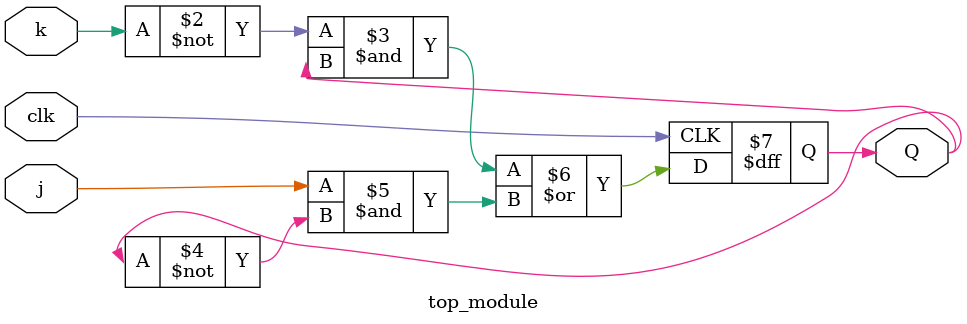
<source format=v>
module top_module(
    input clk,
    input j,
    input k,
    output Q
);
 
    always@(posedge clk)
        Q <= (~k)&Q | j&(~Q);
		
endmodule
</source>
